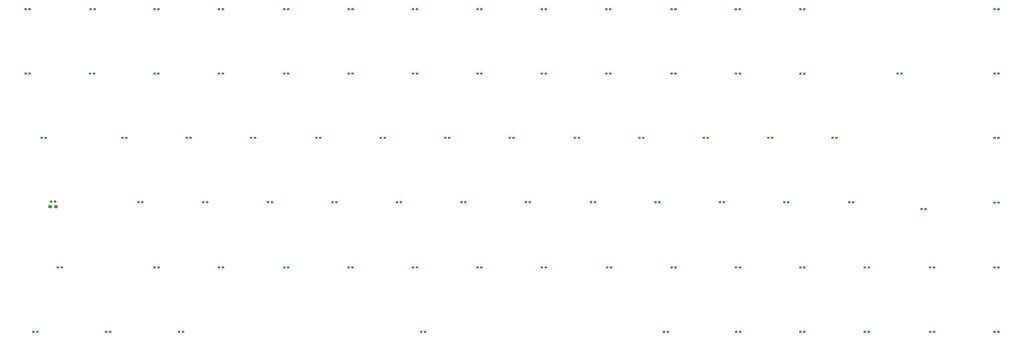
<source format=gbr>
%TF.GenerationSoftware,KiCad,Pcbnew,(5.1.9)-1*%
%TF.CreationDate,2021-03-14T17:48:20+01:00*%
%TF.ProjectId,mkb_01,6d6b625f-3031-42e6-9b69-6361645f7063,rev?*%
%TF.SameCoordinates,Original*%
%TF.FileFunction,Paste,Top*%
%TF.FilePolarity,Positive*%
%FSLAX46Y46*%
G04 Gerber Fmt 4.6, Leading zero omitted, Abs format (unit mm)*
G04 Created by KiCad (PCBNEW (5.1.9)-1) date 2021-03-14 17:48:20*
%MOMM*%
%LPD*%
G01*
G04 APERTURE LIST*
G04 APERTURE END LIST*
%TO.C,D80*%
G36*
G01*
X137205000Y-119840000D02*
X137205000Y-120160000D01*
G75*
G02*
X137045000Y-120320000I-160000J0D01*
G01*
X136600000Y-120320000D01*
G75*
G02*
X136440000Y-120160000I0J160000D01*
G01*
X136440000Y-119840000D01*
G75*
G02*
X136600000Y-119680000I160000J0D01*
G01*
X137045000Y-119680000D01*
G75*
G02*
X137205000Y-119840000I0J-160000D01*
G01*
G37*
G36*
G01*
X136060000Y-119840000D02*
X136060000Y-120160000D01*
G75*
G02*
X135900000Y-120320000I-160000J0D01*
G01*
X135455000Y-120320000D01*
G75*
G02*
X135295000Y-120160000I0J160000D01*
G01*
X135295000Y-119840000D01*
G75*
G02*
X135455000Y-119680000I160000J0D01*
G01*
X135900000Y-119680000D01*
G75*
G02*
X136060000Y-119840000I0J-160000D01*
G01*
G37*
%TD*%
%TO.C,D81*%
G36*
G01*
X213205000Y-119840000D02*
X213205000Y-120160000D01*
G75*
G02*
X213045000Y-120320000I-160000J0D01*
G01*
X212600000Y-120320000D01*
G75*
G02*
X212440000Y-120160000I0J160000D01*
G01*
X212440000Y-119840000D01*
G75*
G02*
X212600000Y-119680000I160000J0D01*
G01*
X213045000Y-119680000D01*
G75*
G02*
X213205000Y-119840000I0J-160000D01*
G01*
G37*
G36*
G01*
X212060000Y-119840000D02*
X212060000Y-120160000D01*
G75*
G02*
X211900000Y-120320000I-160000J0D01*
G01*
X211455000Y-120320000D01*
G75*
G02*
X211295000Y-120160000I0J160000D01*
G01*
X211295000Y-119840000D01*
G75*
G02*
X211455000Y-119680000I160000J0D01*
G01*
X211900000Y-119680000D01*
G75*
G02*
X212060000Y-119840000I0J-160000D01*
G01*
G37*
%TD*%
%TO.C,D82*%
G36*
G01*
X94205000Y-100840000D02*
X94205000Y-101160000D01*
G75*
G02*
X94045000Y-101320000I-160000J0D01*
G01*
X93600000Y-101320000D01*
G75*
G02*
X93440000Y-101160000I0J160000D01*
G01*
X93440000Y-100840000D01*
G75*
G02*
X93600000Y-100680000I160000J0D01*
G01*
X94045000Y-100680000D01*
G75*
G02*
X94205000Y-100840000I0J-160000D01*
G01*
G37*
G36*
G01*
X93060000Y-100840000D02*
X93060000Y-101160000D01*
G75*
G02*
X92900000Y-101320000I-160000J0D01*
G01*
X92455000Y-101320000D01*
G75*
G02*
X92295000Y-101160000I0J160000D01*
G01*
X92295000Y-100840000D01*
G75*
G02*
X92455000Y-100680000I160000J0D01*
G01*
X92900000Y-100680000D01*
G75*
G02*
X93060000Y-100840000I0J-160000D01*
G01*
G37*
%TD*%
%TO.C,D83*%
G36*
G01*
X69310000Y-100840000D02*
X69310000Y-101160000D01*
G75*
G02*
X69150000Y-101320000I-160000J0D01*
G01*
X68705000Y-101320000D01*
G75*
G02*
X68545000Y-101160000I0J160000D01*
G01*
X68545000Y-100840000D01*
G75*
G02*
X68705000Y-100680000I160000J0D01*
G01*
X69150000Y-100680000D01*
G75*
G02*
X69310000Y-100840000I0J-160000D01*
G01*
G37*
G36*
G01*
X70455000Y-100840000D02*
X70455000Y-101160000D01*
G75*
G02*
X70295000Y-101320000I-160000J0D01*
G01*
X69850000Y-101320000D01*
G75*
G02*
X69690000Y-101160000I0J160000D01*
G01*
X69690000Y-100840000D01*
G75*
G02*
X69850000Y-100680000I160000J0D01*
G01*
X70295000Y-100680000D01*
G75*
G02*
X70455000Y-100840000I0J-160000D01*
G01*
G37*
%TD*%
%TO.C,D84*%
G36*
G01*
X256205000Y-81840000D02*
X256205000Y-82160000D01*
G75*
G02*
X256045000Y-82320000I-160000J0D01*
G01*
X255600000Y-82320000D01*
G75*
G02*
X255440000Y-82160000I0J160000D01*
G01*
X255440000Y-81840000D01*
G75*
G02*
X255600000Y-81680000I160000J0D01*
G01*
X256045000Y-81680000D01*
G75*
G02*
X256205000Y-81840000I0J-160000D01*
G01*
G37*
G36*
G01*
X255060000Y-81840000D02*
X255060000Y-82160000D01*
G75*
G02*
X254900000Y-82320000I-160000J0D01*
G01*
X254455000Y-82320000D01*
G75*
G02*
X254295000Y-82160000I0J160000D01*
G01*
X254295000Y-81840000D01*
G75*
G02*
X254455000Y-81680000I160000J0D01*
G01*
X254900000Y-81680000D01*
G75*
G02*
X255060000Y-81840000I0J-160000D01*
G01*
G37*
%TD*%
%TO.C,D85*%
G36*
G01*
X216810000Y-62840000D02*
X216810000Y-63160000D01*
G75*
G02*
X216650000Y-63320000I-160000J0D01*
G01*
X216205000Y-63320000D01*
G75*
G02*
X216045000Y-63160000I0J160000D01*
G01*
X216045000Y-62840000D01*
G75*
G02*
X216205000Y-62680000I160000J0D01*
G01*
X216650000Y-62680000D01*
G75*
G02*
X216810000Y-62840000I0J-160000D01*
G01*
G37*
G36*
G01*
X217955000Y-62840000D02*
X217955000Y-63160000D01*
G75*
G02*
X217795000Y-63320000I-160000J0D01*
G01*
X217350000Y-63320000D01*
G75*
G02*
X217190000Y-63160000I0J160000D01*
G01*
X217190000Y-62840000D01*
G75*
G02*
X217350000Y-62680000I160000J0D01*
G01*
X217795000Y-62680000D01*
G75*
G02*
X217955000Y-62840000I0J-160000D01*
G01*
G37*
%TD*%
%TO.C,D86*%
G36*
G01*
X349545000Y-82160000D02*
X349545000Y-81840000D01*
G75*
G02*
X349705000Y-81680000I160000J0D01*
G01*
X350150000Y-81680000D01*
G75*
G02*
X350310000Y-81840000I0J-160000D01*
G01*
X350310000Y-82160000D01*
G75*
G02*
X350150000Y-82320000I-160000J0D01*
G01*
X349705000Y-82320000D01*
G75*
G02*
X349545000Y-82160000I0J160000D01*
G01*
G37*
G36*
G01*
X350690000Y-82160000D02*
X350690000Y-81840000D01*
G75*
G02*
X350850000Y-81680000I160000J0D01*
G01*
X351295000Y-81680000D01*
G75*
G02*
X351455000Y-81840000I0J-160000D01*
G01*
X351455000Y-82160000D01*
G75*
G02*
X351295000Y-82320000I-160000J0D01*
G01*
X350850000Y-82320000D01*
G75*
G02*
X350690000Y-82160000I0J160000D01*
G01*
G37*
%TD*%
%TO.C,D87*%
G36*
G01*
X293060000Y-158090000D02*
X293060000Y-158410000D01*
G75*
G02*
X292900000Y-158570000I-160000J0D01*
G01*
X292455000Y-158570000D01*
G75*
G02*
X292295000Y-158410000I0J160000D01*
G01*
X292295000Y-158090000D01*
G75*
G02*
X292455000Y-157930000I160000J0D01*
G01*
X292900000Y-157930000D01*
G75*
G02*
X293060000Y-158090000I0J-160000D01*
G01*
G37*
G36*
G01*
X294205000Y-158090000D02*
X294205000Y-158410000D01*
G75*
G02*
X294045000Y-158570000I-160000J0D01*
G01*
X293600000Y-158570000D01*
G75*
G02*
X293440000Y-158410000I0J160000D01*
G01*
X293440000Y-158090000D01*
G75*
G02*
X293600000Y-157930000I160000J0D01*
G01*
X294045000Y-157930000D01*
G75*
G02*
X294205000Y-158090000I0J-160000D01*
G01*
G37*
%TD*%
%TO.C,D88*%
G36*
G01*
X178810000Y-81840000D02*
X178810000Y-82160000D01*
G75*
G02*
X178650000Y-82320000I-160000J0D01*
G01*
X178205000Y-82320000D01*
G75*
G02*
X178045000Y-82160000I0J160000D01*
G01*
X178045000Y-81840000D01*
G75*
G02*
X178205000Y-81680000I160000J0D01*
G01*
X178650000Y-81680000D01*
G75*
G02*
X178810000Y-81840000I0J-160000D01*
G01*
G37*
G36*
G01*
X179955000Y-81840000D02*
X179955000Y-82160000D01*
G75*
G02*
X179795000Y-82320000I-160000J0D01*
G01*
X179350000Y-82320000D01*
G75*
G02*
X179190000Y-82160000I0J160000D01*
G01*
X179190000Y-81840000D01*
G75*
G02*
X179350000Y-81680000I160000J0D01*
G01*
X179795000Y-81680000D01*
G75*
G02*
X179955000Y-81840000I0J-160000D01*
G01*
G37*
%TD*%
%TO.C,D89*%
G36*
G01*
X194205000Y-119840000D02*
X194205000Y-120160000D01*
G75*
G02*
X194045000Y-120320000I-160000J0D01*
G01*
X193600000Y-120320000D01*
G75*
G02*
X193440000Y-120160000I0J160000D01*
G01*
X193440000Y-119840000D01*
G75*
G02*
X193600000Y-119680000I160000J0D01*
G01*
X194045000Y-119680000D01*
G75*
G02*
X194205000Y-119840000I0J-160000D01*
G01*
G37*
G36*
G01*
X193060000Y-119840000D02*
X193060000Y-120160000D01*
G75*
G02*
X192900000Y-120320000I-160000J0D01*
G01*
X192455000Y-120320000D01*
G75*
G02*
X192295000Y-120160000I0J160000D01*
G01*
X192295000Y-119840000D01*
G75*
G02*
X192455000Y-119680000I160000J0D01*
G01*
X192900000Y-119680000D01*
G75*
G02*
X193060000Y-119840000I0J-160000D01*
G01*
G37*
%TD*%
%TO.C,D90*%
G36*
G01*
X103755000Y-139090000D02*
X103755000Y-139410000D01*
G75*
G02*
X103595000Y-139570000I-160000J0D01*
G01*
X103150000Y-139570000D01*
G75*
G02*
X102990000Y-139410000I0J160000D01*
G01*
X102990000Y-139090000D01*
G75*
G02*
X103150000Y-138930000I160000J0D01*
G01*
X103595000Y-138930000D01*
G75*
G02*
X103755000Y-139090000I0J-160000D01*
G01*
G37*
G36*
G01*
X102610000Y-139090000D02*
X102610000Y-139410000D01*
G75*
G02*
X102450000Y-139570000I-160000J0D01*
G01*
X102005000Y-139570000D01*
G75*
G02*
X101845000Y-139410000I0J160000D01*
G01*
X101845000Y-139090000D01*
G75*
G02*
X102005000Y-138930000I160000J0D01*
G01*
X102450000Y-138930000D01*
G75*
G02*
X102610000Y-139090000I0J-160000D01*
G01*
G37*
%TD*%
%TO.C,D91*%
G36*
G01*
X251455000Y-119840000D02*
X251455000Y-120160000D01*
G75*
G02*
X251295000Y-120320000I-160000J0D01*
G01*
X250850000Y-120320000D01*
G75*
G02*
X250690000Y-120160000I0J160000D01*
G01*
X250690000Y-119840000D01*
G75*
G02*
X250850000Y-119680000I160000J0D01*
G01*
X251295000Y-119680000D01*
G75*
G02*
X251455000Y-119840000I0J-160000D01*
G01*
G37*
G36*
G01*
X250310000Y-119840000D02*
X250310000Y-120160000D01*
G75*
G02*
X250150000Y-120320000I-160000J0D01*
G01*
X249705000Y-120320000D01*
G75*
G02*
X249545000Y-120160000I0J160000D01*
G01*
X249545000Y-119840000D01*
G75*
G02*
X249705000Y-119680000I160000J0D01*
G01*
X250150000Y-119680000D01*
G75*
G02*
X250310000Y-119840000I0J-160000D01*
G01*
G37*
%TD*%
%TO.C,D92*%
G36*
G01*
X293060000Y-81915001D02*
X293060000Y-82235001D01*
G75*
G02*
X292900000Y-82395001I-160000J0D01*
G01*
X292455000Y-82395001D01*
G75*
G02*
X292295000Y-82235001I0J160000D01*
G01*
X292295000Y-81915001D01*
G75*
G02*
X292455000Y-81755001I160000J0D01*
G01*
X292900000Y-81755001D01*
G75*
G02*
X293060000Y-81915001I0J-160000D01*
G01*
G37*
G36*
G01*
X294205000Y-81915001D02*
X294205000Y-82235001D01*
G75*
G02*
X294045000Y-82395001I-160000J0D01*
G01*
X293600000Y-82395001D01*
G75*
G02*
X293440000Y-82235001I0J160000D01*
G01*
X293440000Y-81915001D01*
G75*
G02*
X293600000Y-81755001I160000J0D01*
G01*
X294045000Y-81755001D01*
G75*
G02*
X294205000Y-81915001I0J-160000D01*
G01*
G37*
%TD*%
%TO.C,D93*%
G36*
G01*
X121560000Y-81840000D02*
X121560000Y-82160000D01*
G75*
G02*
X121400000Y-82320000I-160000J0D01*
G01*
X120955000Y-82320000D01*
G75*
G02*
X120795000Y-82160000I0J160000D01*
G01*
X120795000Y-81840000D01*
G75*
G02*
X120955000Y-81680000I160000J0D01*
G01*
X121400000Y-81680000D01*
G75*
G02*
X121560000Y-81840000I0J-160000D01*
G01*
G37*
G36*
G01*
X122705000Y-81840000D02*
X122705000Y-82160000D01*
G75*
G02*
X122545000Y-82320000I-160000J0D01*
G01*
X122100000Y-82320000D01*
G75*
G02*
X121940000Y-82160000I0J160000D01*
G01*
X121940000Y-81840000D01*
G75*
G02*
X122100000Y-81680000I160000J0D01*
G01*
X122545000Y-81680000D01*
G75*
G02*
X122705000Y-81840000I0J-160000D01*
G01*
G37*
%TD*%
%TO.C,D94*%
G36*
G01*
X351455000Y-158090000D02*
X351455000Y-158410000D01*
G75*
G02*
X351295000Y-158570000I-160000J0D01*
G01*
X350850000Y-158570000D01*
G75*
G02*
X350690000Y-158410000I0J160000D01*
G01*
X350690000Y-158090000D01*
G75*
G02*
X350850000Y-157930000I160000J0D01*
G01*
X351295000Y-157930000D01*
G75*
G02*
X351455000Y-158090000I0J-160000D01*
G01*
G37*
G36*
G01*
X350310000Y-158090000D02*
X350310000Y-158410000D01*
G75*
G02*
X350150000Y-158570000I-160000J0D01*
G01*
X349705000Y-158570000D01*
G75*
G02*
X349545000Y-158410000I0J160000D01*
G01*
X349545000Y-158090000D01*
G75*
G02*
X349705000Y-157930000I160000J0D01*
G01*
X350150000Y-157930000D01*
G75*
G02*
X350310000Y-158090000I0J-160000D01*
G01*
G37*
%TD*%
%TO.C,D95*%
G36*
G01*
X329190000Y-122160000D02*
X329190000Y-121840000D01*
G75*
G02*
X329350000Y-121680000I160000J0D01*
G01*
X329795000Y-121680000D01*
G75*
G02*
X329955000Y-121840000I0J-160000D01*
G01*
X329955000Y-122160000D01*
G75*
G02*
X329795000Y-122320000I-160000J0D01*
G01*
X329350000Y-122320000D01*
G75*
G02*
X329190000Y-122160000I0J160000D01*
G01*
G37*
G36*
G01*
X328045000Y-122160000D02*
X328045000Y-121840000D01*
G75*
G02*
X328205000Y-121680000I160000J0D01*
G01*
X328650000Y-121680000D01*
G75*
G02*
X328810000Y-121840000I0J-160000D01*
G01*
X328810000Y-122160000D01*
G75*
G02*
X328650000Y-122320000I-160000J0D01*
G01*
X328205000Y-122320000D01*
G75*
G02*
X328045000Y-122160000I0J160000D01*
G01*
G37*
%TD*%
%TO.C,D96*%
G36*
G01*
X293060000Y-62840000D02*
X293060000Y-63160000D01*
G75*
G02*
X292900000Y-63320000I-160000J0D01*
G01*
X292455000Y-63320000D01*
G75*
G02*
X292295000Y-63160000I0J160000D01*
G01*
X292295000Y-62840000D01*
G75*
G02*
X292455000Y-62680000I160000J0D01*
G01*
X292900000Y-62680000D01*
G75*
G02*
X293060000Y-62840000I0J-160000D01*
G01*
G37*
G36*
G01*
X294205000Y-62840000D02*
X294205000Y-63160000D01*
G75*
G02*
X294045000Y-63320000I-160000J0D01*
G01*
X293600000Y-63320000D01*
G75*
G02*
X293440000Y-63160000I0J160000D01*
G01*
X293440000Y-62840000D01*
G75*
G02*
X293600000Y-62680000I160000J0D01*
G01*
X294045000Y-62680000D01*
G75*
G02*
X294205000Y-62840000I0J-160000D01*
G01*
G37*
%TD*%
%TO.C,D97*%
G36*
G01*
X197810000Y-62840000D02*
X197810000Y-63160000D01*
G75*
G02*
X197650000Y-63320000I-160000J0D01*
G01*
X197205000Y-63320000D01*
G75*
G02*
X197045000Y-63160000I0J160000D01*
G01*
X197045000Y-62840000D01*
G75*
G02*
X197205000Y-62680000I160000J0D01*
G01*
X197650000Y-62680000D01*
G75*
G02*
X197810000Y-62840000I0J-160000D01*
G01*
G37*
G36*
G01*
X198955000Y-62840000D02*
X198955000Y-63160000D01*
G75*
G02*
X198795000Y-63320000I-160000J0D01*
G01*
X198350000Y-63320000D01*
G75*
G02*
X198190000Y-63160000I0J160000D01*
G01*
X198190000Y-62840000D01*
G75*
G02*
X198350000Y-62680000I160000J0D01*
G01*
X198795000Y-62680000D01*
G75*
G02*
X198955000Y-62840000I0J-160000D01*
G01*
G37*
%TD*%
%TO.C,D98*%
G36*
G01*
X332455000Y-158090000D02*
X332455000Y-158410000D01*
G75*
G02*
X332295000Y-158570000I-160000J0D01*
G01*
X331850000Y-158570000D01*
G75*
G02*
X331690000Y-158410000I0J160000D01*
G01*
X331690000Y-158090000D01*
G75*
G02*
X331850000Y-157930000I160000J0D01*
G01*
X332295000Y-157930000D01*
G75*
G02*
X332455000Y-158090000I0J-160000D01*
G01*
G37*
G36*
G01*
X331310000Y-158090000D02*
X331310000Y-158410000D01*
G75*
G02*
X331150000Y-158570000I-160000J0D01*
G01*
X330705000Y-158570000D01*
G75*
G02*
X330545000Y-158410000I0J160000D01*
G01*
X330545000Y-158090000D01*
G75*
G02*
X330705000Y-157930000I160000J0D01*
G01*
X331150000Y-157930000D01*
G75*
G02*
X331310000Y-158090000I0J-160000D01*
G01*
G37*
%TD*%
%TO.C,D99*%
G36*
G01*
X307435001Y-119840000D02*
X307435001Y-120160000D01*
G75*
G02*
X307275001Y-120320000I-160000J0D01*
G01*
X306830001Y-120320000D01*
G75*
G02*
X306670001Y-120160000I0J160000D01*
G01*
X306670001Y-119840000D01*
G75*
G02*
X306830001Y-119680000I160000J0D01*
G01*
X307275001Y-119680000D01*
G75*
G02*
X307435001Y-119840000I0J-160000D01*
G01*
G37*
G36*
G01*
X308580001Y-119840000D02*
X308580001Y-120160000D01*
G75*
G02*
X308420001Y-120320000I-160000J0D01*
G01*
X307975001Y-120320000D01*
G75*
G02*
X307815001Y-120160000I0J160000D01*
G01*
X307815001Y-119840000D01*
G75*
G02*
X307975001Y-119680000I160000J0D01*
G01*
X308420001Y-119680000D01*
G75*
G02*
X308580001Y-119840000I0J-160000D01*
G01*
G37*
%TD*%
%TO.C,D100*%
G36*
G01*
X231310000Y-119840000D02*
X231310000Y-120160000D01*
G75*
G02*
X231150000Y-120320000I-160000J0D01*
G01*
X230705000Y-120320000D01*
G75*
G02*
X230545000Y-120160000I0J160000D01*
G01*
X230545000Y-119840000D01*
G75*
G02*
X230705000Y-119680000I160000J0D01*
G01*
X231150000Y-119680000D01*
G75*
G02*
X231310000Y-119840000I0J-160000D01*
G01*
G37*
G36*
G01*
X232455000Y-119840000D02*
X232455000Y-120160000D01*
G75*
G02*
X232295000Y-120320000I-160000J0D01*
G01*
X231850000Y-120320000D01*
G75*
G02*
X231690000Y-120160000I0J160000D01*
G01*
X231690000Y-119840000D01*
G75*
G02*
X231850000Y-119680000I160000J0D01*
G01*
X232295000Y-119680000D01*
G75*
G02*
X232455000Y-119840000I0J-160000D01*
G01*
G37*
%TD*%
%TO.C,D101*%
G36*
G01*
X159810000Y-62840000D02*
X159810000Y-63160000D01*
G75*
G02*
X159650000Y-63320000I-160000J0D01*
G01*
X159205000Y-63320000D01*
G75*
G02*
X159045000Y-63160000I0J160000D01*
G01*
X159045000Y-62840000D01*
G75*
G02*
X159205000Y-62680000I160000J0D01*
G01*
X159650000Y-62680000D01*
G75*
G02*
X159810000Y-62840000I0J-160000D01*
G01*
G37*
G36*
G01*
X160955000Y-62840000D02*
X160955000Y-63160000D01*
G75*
G02*
X160795000Y-63320000I-160000J0D01*
G01*
X160350000Y-63320000D01*
G75*
G02*
X160190000Y-63160000I0J160000D01*
G01*
X160190000Y-62840000D01*
G75*
G02*
X160350000Y-62680000I160000J0D01*
G01*
X160795000Y-62680000D01*
G75*
G02*
X160955000Y-62840000I0J-160000D01*
G01*
G37*
%TD*%
%TO.C,D102*%
G36*
G01*
X253955000Y-158090000D02*
X253955000Y-158410000D01*
G75*
G02*
X253795000Y-158570000I-160000J0D01*
G01*
X253350000Y-158570000D01*
G75*
G02*
X253190000Y-158410000I0J160000D01*
G01*
X253190000Y-158090000D01*
G75*
G02*
X253350000Y-157930000I160000J0D01*
G01*
X253795000Y-157930000D01*
G75*
G02*
X253955000Y-158090000I0J-160000D01*
G01*
G37*
G36*
G01*
X252810000Y-158090000D02*
X252810000Y-158410000D01*
G75*
G02*
X252650000Y-158570000I-160000J0D01*
G01*
X252205000Y-158570000D01*
G75*
G02*
X252045000Y-158410000I0J160000D01*
G01*
X252045000Y-158090000D01*
G75*
G02*
X252205000Y-157930000I160000J0D01*
G01*
X252650000Y-157930000D01*
G75*
G02*
X252810000Y-158090000I0J-160000D01*
G01*
G37*
%TD*%
%TO.C,D103*%
G36*
G01*
X351455000Y-139090000D02*
X351455000Y-139410000D01*
G75*
G02*
X351295000Y-139570000I-160000J0D01*
G01*
X350850000Y-139570000D01*
G75*
G02*
X350690000Y-139410000I0J160000D01*
G01*
X350690000Y-139090000D01*
G75*
G02*
X350850000Y-138930000I160000J0D01*
G01*
X351295000Y-138930000D01*
G75*
G02*
X351455000Y-139090000I0J-160000D01*
G01*
G37*
G36*
G01*
X350310000Y-139090000D02*
X350310000Y-139410000D01*
G75*
G02*
X350150000Y-139570000I-160000J0D01*
G01*
X349705000Y-139570000D01*
G75*
G02*
X349545000Y-139410000I0J160000D01*
G01*
X349545000Y-139090000D01*
G75*
G02*
X349705000Y-138930000I160000J0D01*
G01*
X350150000Y-138930000D01*
G75*
G02*
X350310000Y-139090000I0J-160000D01*
G01*
G37*
%TD*%
%TO.C,D104*%
G36*
G01*
X256205000Y-62840000D02*
X256205000Y-63160000D01*
G75*
G02*
X256045000Y-63320000I-160000J0D01*
G01*
X255600000Y-63320000D01*
G75*
G02*
X255440000Y-63160000I0J160000D01*
G01*
X255440000Y-62840000D01*
G75*
G02*
X255600000Y-62680000I160000J0D01*
G01*
X256045000Y-62680000D01*
G75*
G02*
X256205000Y-62840000I0J-160000D01*
G01*
G37*
G36*
G01*
X255060000Y-62840000D02*
X255060000Y-63160000D01*
G75*
G02*
X254900000Y-63320000I-160000J0D01*
G01*
X254455000Y-63320000D01*
G75*
G02*
X254295000Y-63160000I0J160000D01*
G01*
X254295000Y-62840000D01*
G75*
G02*
X254455000Y-62680000I160000J0D01*
G01*
X254900000Y-62680000D01*
G75*
G02*
X255060000Y-62840000I0J-160000D01*
G01*
G37*
%TD*%
%TO.C,D105*%
G36*
G01*
X160955000Y-81840000D02*
X160955000Y-82160000D01*
G75*
G02*
X160795000Y-82320000I-160000J0D01*
G01*
X160350000Y-82320000D01*
G75*
G02*
X160190000Y-82160000I0J160000D01*
G01*
X160190000Y-81840000D01*
G75*
G02*
X160350000Y-81680000I160000J0D01*
G01*
X160795000Y-81680000D01*
G75*
G02*
X160955000Y-81840000I0J-160000D01*
G01*
G37*
G36*
G01*
X159810000Y-81840000D02*
X159810000Y-82160000D01*
G75*
G02*
X159650000Y-82320000I-160000J0D01*
G01*
X159205000Y-82320000D01*
G75*
G02*
X159045000Y-82160000I0J160000D01*
G01*
X159045000Y-81840000D01*
G75*
G02*
X159205000Y-81680000I160000J0D01*
G01*
X159650000Y-81680000D01*
G75*
G02*
X159810000Y-81840000I0J-160000D01*
G01*
G37*
%TD*%
%TO.C,D106*%
G36*
G01*
X181210000Y-158090000D02*
X181210000Y-158410000D01*
G75*
G02*
X181050000Y-158570000I-160000J0D01*
G01*
X180605000Y-158570000D01*
G75*
G02*
X180445000Y-158410000I0J160000D01*
G01*
X180445000Y-158090000D01*
G75*
G02*
X180605000Y-157930000I160000J0D01*
G01*
X181050000Y-157930000D01*
G75*
G02*
X181210000Y-158090000I0J-160000D01*
G01*
G37*
G36*
G01*
X182355000Y-158090000D02*
X182355000Y-158410000D01*
G75*
G02*
X182195000Y-158570000I-160000J0D01*
G01*
X181750000Y-158570000D01*
G75*
G02*
X181590000Y-158410000I0J160000D01*
G01*
X181590000Y-158090000D01*
G75*
G02*
X181750000Y-157930000I160000J0D01*
G01*
X182195000Y-157930000D01*
G75*
G02*
X182355000Y-158090000I0J-160000D01*
G01*
G37*
%TD*%
%TO.C,D107*%
G36*
G01*
X73650000Y-121062500D02*
X73650000Y-121537500D01*
G75*
G02*
X73412500Y-121775000I-237500J0D01*
G01*
X72837500Y-121775000D01*
G75*
G02*
X72600000Y-121537500I0J237500D01*
G01*
X72600000Y-121062500D01*
G75*
G02*
X72837500Y-120825000I237500J0D01*
G01*
X73412500Y-120825000D01*
G75*
G02*
X73650000Y-121062500I0J-237500D01*
G01*
G37*
G36*
G01*
X71900000Y-121062500D02*
X71900000Y-121537500D01*
G75*
G02*
X71662500Y-121775000I-237500J0D01*
G01*
X71087500Y-121775000D01*
G75*
G02*
X70850000Y-121537500I0J237500D01*
G01*
X70850000Y-121062500D01*
G75*
G02*
X71087500Y-120825000I237500J0D01*
G01*
X71662500Y-120825000D01*
G75*
G02*
X71900000Y-121062500I0J-237500D01*
G01*
G37*
%TD*%
%TO.C,D108*%
G36*
G01*
X275205000Y-139090000D02*
X275205000Y-139410000D01*
G75*
G02*
X275045000Y-139570000I-160000J0D01*
G01*
X274600000Y-139570000D01*
G75*
G02*
X274440000Y-139410000I0J160000D01*
G01*
X274440000Y-139090000D01*
G75*
G02*
X274600000Y-138930000I160000J0D01*
G01*
X275045000Y-138930000D01*
G75*
G02*
X275205000Y-139090000I0J-160000D01*
G01*
G37*
G36*
G01*
X274060000Y-139090000D02*
X274060000Y-139410000D01*
G75*
G02*
X273900000Y-139570000I-160000J0D01*
G01*
X273455000Y-139570000D01*
G75*
G02*
X273295000Y-139410000I0J160000D01*
G01*
X273295000Y-139090000D01*
G75*
G02*
X273455000Y-138930000I160000J0D01*
G01*
X273900000Y-138930000D01*
G75*
G02*
X274060000Y-139090000I0J-160000D01*
G01*
G37*
%TD*%
%TO.C,D109*%
G36*
G01*
X350310000Y-119940000D02*
X350310000Y-120260000D01*
G75*
G02*
X350150000Y-120420000I-160000J0D01*
G01*
X349705000Y-120420000D01*
G75*
G02*
X349545000Y-120260000I0J160000D01*
G01*
X349545000Y-119940000D01*
G75*
G02*
X349705000Y-119780000I160000J0D01*
G01*
X350150000Y-119780000D01*
G75*
G02*
X350310000Y-119940000I0J-160000D01*
G01*
G37*
G36*
G01*
X351455000Y-119940000D02*
X351455000Y-120260000D01*
G75*
G02*
X351295000Y-120420000I-160000J0D01*
G01*
X350850000Y-120420000D01*
G75*
G02*
X350690000Y-120260000I0J160000D01*
G01*
X350690000Y-119940000D01*
G75*
G02*
X350850000Y-119780000I160000J0D01*
G01*
X351295000Y-119780000D01*
G75*
G02*
X351455000Y-119940000I0J-160000D01*
G01*
G37*
%TD*%
%TO.C,D110*%
G36*
G01*
X66810000Y-158090000D02*
X66810000Y-158410000D01*
G75*
G02*
X66650000Y-158570000I-160000J0D01*
G01*
X66205000Y-158570000D01*
G75*
G02*
X66045000Y-158410000I0J160000D01*
G01*
X66045000Y-158090000D01*
G75*
G02*
X66205000Y-157930000I160000J0D01*
G01*
X66650000Y-157930000D01*
G75*
G02*
X66810000Y-158090000I0J-160000D01*
G01*
G37*
G36*
G01*
X67955000Y-158090000D02*
X67955000Y-158410000D01*
G75*
G02*
X67795000Y-158570000I-160000J0D01*
G01*
X67350000Y-158570000D01*
G75*
G02*
X67190000Y-158410000I0J160000D01*
G01*
X67190000Y-158090000D01*
G75*
G02*
X67350000Y-157930000I160000J0D01*
G01*
X67795000Y-157930000D01*
G75*
G02*
X67955000Y-158090000I0J-160000D01*
G01*
G37*
%TD*%
%TO.C,D111*%
G36*
G01*
X275155000Y-62840000D02*
X275155000Y-63160000D01*
G75*
G02*
X274995000Y-63320000I-160000J0D01*
G01*
X274550000Y-63320000D01*
G75*
G02*
X274390000Y-63160000I0J160000D01*
G01*
X274390000Y-62840000D01*
G75*
G02*
X274550000Y-62680000I160000J0D01*
G01*
X274995000Y-62680000D01*
G75*
G02*
X275155000Y-62840000I0J-160000D01*
G01*
G37*
G36*
G01*
X274010000Y-62840000D02*
X274010000Y-63160000D01*
G75*
G02*
X273850000Y-63320000I-160000J0D01*
G01*
X273405000Y-63320000D01*
G75*
G02*
X273245000Y-63160000I0J160000D01*
G01*
X273245000Y-62840000D01*
G75*
G02*
X273405000Y-62680000I160000J0D01*
G01*
X273850000Y-62680000D01*
G75*
G02*
X274010000Y-62840000I0J-160000D01*
G01*
G37*
%TD*%
%TO.C,D112*%
G36*
G01*
X237205000Y-139090000D02*
X237205000Y-139410000D01*
G75*
G02*
X237045000Y-139570000I-160000J0D01*
G01*
X236600000Y-139570000D01*
G75*
G02*
X236440000Y-139410000I0J160000D01*
G01*
X236440000Y-139090000D01*
G75*
G02*
X236600000Y-138930000I160000J0D01*
G01*
X237045000Y-138930000D01*
G75*
G02*
X237205000Y-139090000I0J-160000D01*
G01*
G37*
G36*
G01*
X236060000Y-139090000D02*
X236060000Y-139410000D01*
G75*
G02*
X235900000Y-139570000I-160000J0D01*
G01*
X235455000Y-139570000D01*
G75*
G02*
X235295000Y-139410000I0J160000D01*
G01*
X235295000Y-139090000D01*
G75*
G02*
X235455000Y-138930000I160000J0D01*
G01*
X235900000Y-138930000D01*
G75*
G02*
X236060000Y-139090000I0J-160000D01*
G01*
G37*
%TD*%
%TO.C,D113*%
G36*
G01*
X313205000Y-158090000D02*
X313205000Y-158410000D01*
G75*
G02*
X313045000Y-158570000I-160000J0D01*
G01*
X312600000Y-158570000D01*
G75*
G02*
X312440000Y-158410000I0J160000D01*
G01*
X312440000Y-158090000D01*
G75*
G02*
X312600000Y-157930000I160000J0D01*
G01*
X313045000Y-157930000D01*
G75*
G02*
X313205000Y-158090000I0J-160000D01*
G01*
G37*
G36*
G01*
X312060000Y-158090000D02*
X312060000Y-158410000D01*
G75*
G02*
X311900000Y-158570000I-160000J0D01*
G01*
X311455000Y-158570000D01*
G75*
G02*
X311295000Y-158410000I0J160000D01*
G01*
X311295000Y-158090000D01*
G75*
G02*
X311455000Y-157930000I160000J0D01*
G01*
X311900000Y-157930000D01*
G75*
G02*
X312060000Y-158090000I0J-160000D01*
G01*
G37*
%TD*%
%TO.C,D114*%
G36*
G01*
X235810000Y-62840000D02*
X235810000Y-63160000D01*
G75*
G02*
X235650000Y-63320000I-160000J0D01*
G01*
X235205000Y-63320000D01*
G75*
G02*
X235045000Y-63160000I0J160000D01*
G01*
X235045000Y-62840000D01*
G75*
G02*
X235205000Y-62680000I160000J0D01*
G01*
X235650000Y-62680000D01*
G75*
G02*
X235810000Y-62840000I0J-160000D01*
G01*
G37*
G36*
G01*
X236955000Y-62840000D02*
X236955000Y-63160000D01*
G75*
G02*
X236795000Y-63320000I-160000J0D01*
G01*
X236350000Y-63320000D01*
G75*
G02*
X236190000Y-63160000I0J160000D01*
G01*
X236190000Y-62840000D01*
G75*
G02*
X236350000Y-62680000I160000J0D01*
G01*
X236795000Y-62680000D01*
G75*
G02*
X236955000Y-62840000I0J-160000D01*
G01*
G37*
%TD*%
%TO.C,D115*%
G36*
G01*
X118055000Y-119840000D02*
X118055000Y-120160000D01*
G75*
G02*
X117895000Y-120320000I-160000J0D01*
G01*
X117450000Y-120320000D01*
G75*
G02*
X117290000Y-120160000I0J160000D01*
G01*
X117290000Y-119840000D01*
G75*
G02*
X117450000Y-119680000I160000J0D01*
G01*
X117895000Y-119680000D01*
G75*
G02*
X118055000Y-119840000I0J-160000D01*
G01*
G37*
G36*
G01*
X116910000Y-119840000D02*
X116910000Y-120160000D01*
G75*
G02*
X116750000Y-120320000I-160000J0D01*
G01*
X116305000Y-120320000D01*
G75*
G02*
X116145000Y-120160000I0J160000D01*
G01*
X116145000Y-119840000D01*
G75*
G02*
X116305000Y-119680000I160000J0D01*
G01*
X116750000Y-119680000D01*
G75*
G02*
X116910000Y-119840000I0J-160000D01*
G01*
G37*
%TD*%
%TO.C,D116*%
G36*
G01*
X349545000Y-63160000D02*
X349545000Y-62840000D01*
G75*
G02*
X349705000Y-62680000I160000J0D01*
G01*
X350150000Y-62680000D01*
G75*
G02*
X350310000Y-62840000I0J-160000D01*
G01*
X350310000Y-63160000D01*
G75*
G02*
X350150000Y-63320000I-160000J0D01*
G01*
X349705000Y-63320000D01*
G75*
G02*
X349545000Y-63160000I0J160000D01*
G01*
G37*
G36*
G01*
X350690000Y-63160000D02*
X350690000Y-62840000D01*
G75*
G02*
X350850000Y-62680000I160000J0D01*
G01*
X351295000Y-62680000D01*
G75*
G02*
X351455000Y-62840000I0J-160000D01*
G01*
X351455000Y-63160000D01*
G75*
G02*
X351295000Y-63320000I-160000J0D01*
G01*
X350850000Y-63320000D01*
G75*
G02*
X350690000Y-63160000I0J160000D01*
G01*
G37*
%TD*%
%TO.C,D117*%
G36*
G01*
X188310000Y-100840000D02*
X188310000Y-101160000D01*
G75*
G02*
X188150000Y-101320000I-160000J0D01*
G01*
X187705000Y-101320000D01*
G75*
G02*
X187545000Y-101160000I0J160000D01*
G01*
X187545000Y-100840000D01*
G75*
G02*
X187705000Y-100680000I160000J0D01*
G01*
X188150000Y-100680000D01*
G75*
G02*
X188310000Y-100840000I0J-160000D01*
G01*
G37*
G36*
G01*
X189455000Y-100840000D02*
X189455000Y-101160000D01*
G75*
G02*
X189295000Y-101320000I-160000J0D01*
G01*
X188850000Y-101320000D01*
G75*
G02*
X188690000Y-101160000I0J160000D01*
G01*
X188690000Y-100840000D01*
G75*
G02*
X188850000Y-100680000I160000J0D01*
G01*
X189295000Y-100680000D01*
G75*
G02*
X189455000Y-100840000I0J-160000D01*
G01*
G37*
%TD*%
%TO.C,D118*%
G36*
G01*
X255060000Y-139090000D02*
X255060000Y-139410000D01*
G75*
G02*
X254900000Y-139570000I-160000J0D01*
G01*
X254455000Y-139570000D01*
G75*
G02*
X254295000Y-139410000I0J160000D01*
G01*
X254295000Y-139090000D01*
G75*
G02*
X254455000Y-138930000I160000J0D01*
G01*
X254900000Y-138930000D01*
G75*
G02*
X255060000Y-139090000I0J-160000D01*
G01*
G37*
G36*
G01*
X256205000Y-139090000D02*
X256205000Y-139410000D01*
G75*
G02*
X256045000Y-139570000I-160000J0D01*
G01*
X255600000Y-139570000D01*
G75*
G02*
X255440000Y-139410000I0J160000D01*
G01*
X255440000Y-139090000D01*
G75*
G02*
X255600000Y-138930000I160000J0D01*
G01*
X256045000Y-138930000D01*
G75*
G02*
X256205000Y-139090000I0J-160000D01*
G01*
G37*
%TD*%
%TO.C,D119*%
G36*
G01*
X103705000Y-62840000D02*
X103705000Y-63160000D01*
G75*
G02*
X103545000Y-63320000I-160000J0D01*
G01*
X103100000Y-63320000D01*
G75*
G02*
X102940000Y-63160000I0J160000D01*
G01*
X102940000Y-62840000D01*
G75*
G02*
X103100000Y-62680000I160000J0D01*
G01*
X103545000Y-62680000D01*
G75*
G02*
X103705000Y-62840000I0J-160000D01*
G01*
G37*
G36*
G01*
X102560000Y-62840000D02*
X102560000Y-63160000D01*
G75*
G02*
X102400000Y-63320000I-160000J0D01*
G01*
X101955000Y-63320000D01*
G75*
G02*
X101795000Y-63160000I0J160000D01*
G01*
X101795000Y-62840000D01*
G75*
G02*
X101955000Y-62680000I160000J0D01*
G01*
X102400000Y-62680000D01*
G75*
G02*
X102560000Y-62840000I0J-160000D01*
G01*
G37*
%TD*%
%TO.C,D120*%
G36*
G01*
X216810000Y-139090000D02*
X216810000Y-139410000D01*
G75*
G02*
X216650000Y-139570000I-160000J0D01*
G01*
X216205000Y-139570000D01*
G75*
G02*
X216045000Y-139410000I0J160000D01*
G01*
X216045000Y-139090000D01*
G75*
G02*
X216205000Y-138930000I160000J0D01*
G01*
X216650000Y-138930000D01*
G75*
G02*
X216810000Y-139090000I0J-160000D01*
G01*
G37*
G36*
G01*
X217955000Y-139090000D02*
X217955000Y-139410000D01*
G75*
G02*
X217795000Y-139570000I-160000J0D01*
G01*
X217350000Y-139570000D01*
G75*
G02*
X217190000Y-139410000I0J160000D01*
G01*
X217190000Y-139090000D01*
G75*
G02*
X217350000Y-138930000I160000J0D01*
G01*
X217795000Y-138930000D01*
G75*
G02*
X217955000Y-139090000I0J-160000D01*
G01*
G37*
%TD*%
%TO.C,D121*%
G36*
G01*
X141955000Y-139090000D02*
X141955000Y-139410000D01*
G75*
G02*
X141795000Y-139570000I-160000J0D01*
G01*
X141350000Y-139570000D01*
G75*
G02*
X141190000Y-139410000I0J160000D01*
G01*
X141190000Y-139090000D01*
G75*
G02*
X141350000Y-138930000I160000J0D01*
G01*
X141795000Y-138930000D01*
G75*
G02*
X141955000Y-139090000I0J-160000D01*
G01*
G37*
G36*
G01*
X140810000Y-139090000D02*
X140810000Y-139410000D01*
G75*
G02*
X140650000Y-139570000I-160000J0D01*
G01*
X140205000Y-139570000D01*
G75*
G02*
X140045000Y-139410000I0J160000D01*
G01*
X140045000Y-139090000D01*
G75*
G02*
X140205000Y-138930000I160000J0D01*
G01*
X140650000Y-138930000D01*
G75*
G02*
X140810000Y-139090000I0J-160000D01*
G01*
G37*
%TD*%
%TO.C,D122*%
G36*
G01*
X179955000Y-62840000D02*
X179955000Y-63160000D01*
G75*
G02*
X179795000Y-63320000I-160000J0D01*
G01*
X179350000Y-63320000D01*
G75*
G02*
X179190000Y-63160000I0J160000D01*
G01*
X179190000Y-62840000D01*
G75*
G02*
X179350000Y-62680000I160000J0D01*
G01*
X179795000Y-62680000D01*
G75*
G02*
X179955000Y-62840000I0J-160000D01*
G01*
G37*
G36*
G01*
X178810000Y-62840000D02*
X178810000Y-63160000D01*
G75*
G02*
X178650000Y-63320000I-160000J0D01*
G01*
X178205000Y-63320000D01*
G75*
G02*
X178045000Y-63160000I0J160000D01*
G01*
X178045000Y-62840000D01*
G75*
G02*
X178205000Y-62680000I160000J0D01*
G01*
X178650000Y-62680000D01*
G75*
G02*
X178810000Y-62840000I0J-160000D01*
G01*
G37*
%TD*%
%TO.C,D123*%
G36*
G01*
X274060000Y-81840000D02*
X274060000Y-82160000D01*
G75*
G02*
X273900000Y-82320000I-160000J0D01*
G01*
X273455000Y-82320000D01*
G75*
G02*
X273295000Y-82160000I0J160000D01*
G01*
X273295000Y-81840000D01*
G75*
G02*
X273455000Y-81680000I160000J0D01*
G01*
X273900000Y-81680000D01*
G75*
G02*
X274060000Y-81840000I0J-160000D01*
G01*
G37*
G36*
G01*
X275205000Y-81840000D02*
X275205000Y-82160000D01*
G75*
G02*
X275045000Y-82320000I-160000J0D01*
G01*
X274600000Y-82320000D01*
G75*
G02*
X274440000Y-82160000I0J160000D01*
G01*
X274440000Y-81840000D01*
G75*
G02*
X274600000Y-81680000I160000J0D01*
G01*
X275045000Y-81680000D01*
G75*
G02*
X275205000Y-81840000I0J-160000D01*
G01*
G37*
%TD*%
%TO.C,D124*%
G36*
G01*
X151455000Y-100840000D02*
X151455000Y-101160000D01*
G75*
G02*
X151295000Y-101320000I-160000J0D01*
G01*
X150850000Y-101320000D01*
G75*
G02*
X150690000Y-101160000I0J160000D01*
G01*
X150690000Y-100840000D01*
G75*
G02*
X150850000Y-100680000I160000J0D01*
G01*
X151295000Y-100680000D01*
G75*
G02*
X151455000Y-100840000I0J-160000D01*
G01*
G37*
G36*
G01*
X150310000Y-100840000D02*
X150310000Y-101160000D01*
G75*
G02*
X150150000Y-101320000I-160000J0D01*
G01*
X149705000Y-101320000D01*
G75*
G02*
X149545000Y-101160000I0J160000D01*
G01*
X149545000Y-100840000D01*
G75*
G02*
X149705000Y-100680000I160000J0D01*
G01*
X150150000Y-100680000D01*
G75*
G02*
X150310000Y-100840000I0J-160000D01*
G01*
G37*
%TD*%
%TO.C,D125*%
G36*
G01*
X265705000Y-100840000D02*
X265705000Y-101160000D01*
G75*
G02*
X265545000Y-101320000I-160000J0D01*
G01*
X265100000Y-101320000D01*
G75*
G02*
X264940000Y-101160000I0J160000D01*
G01*
X264940000Y-100840000D01*
G75*
G02*
X265100000Y-100680000I160000J0D01*
G01*
X265545000Y-100680000D01*
G75*
G02*
X265705000Y-100840000I0J-160000D01*
G01*
G37*
G36*
G01*
X264560000Y-100840000D02*
X264560000Y-101160000D01*
G75*
G02*
X264400000Y-101320000I-160000J0D01*
G01*
X263955000Y-101320000D01*
G75*
G02*
X263795000Y-101160000I0J160000D01*
G01*
X263795000Y-100840000D01*
G75*
G02*
X263955000Y-100680000I160000J0D01*
G01*
X264400000Y-100680000D01*
G75*
G02*
X264560000Y-100840000I0J-160000D01*
G01*
G37*
%TD*%
%TO.C,D126*%
G36*
G01*
X83710000Y-62840000D02*
X83710000Y-63160000D01*
G75*
G02*
X83550000Y-63320000I-160000J0D01*
G01*
X83105000Y-63320000D01*
G75*
G02*
X82945000Y-63160000I0J160000D01*
G01*
X82945000Y-62840000D01*
G75*
G02*
X83105000Y-62680000I160000J0D01*
G01*
X83550000Y-62680000D01*
G75*
G02*
X83710000Y-62840000I0J-160000D01*
G01*
G37*
G36*
G01*
X84855000Y-62840000D02*
X84855000Y-63160000D01*
G75*
G02*
X84695000Y-63320000I-160000J0D01*
G01*
X84250000Y-63320000D01*
G75*
G02*
X84090000Y-63160000I0J160000D01*
G01*
X84090000Y-62840000D01*
G75*
G02*
X84250000Y-62680000I160000J0D01*
G01*
X84695000Y-62680000D01*
G75*
G02*
X84855000Y-62840000I0J-160000D01*
G01*
G37*
%TD*%
%TO.C,D127*%
G36*
G01*
X289455000Y-119840000D02*
X289455000Y-120160000D01*
G75*
G02*
X289295000Y-120320000I-160000J0D01*
G01*
X288850000Y-120320000D01*
G75*
G02*
X288690000Y-120160000I0J160000D01*
G01*
X288690000Y-119840000D01*
G75*
G02*
X288850000Y-119680000I160000J0D01*
G01*
X289295000Y-119680000D01*
G75*
G02*
X289455000Y-119840000I0J-160000D01*
G01*
G37*
G36*
G01*
X288310000Y-119840000D02*
X288310000Y-120160000D01*
G75*
G02*
X288150000Y-120320000I-160000J0D01*
G01*
X287705000Y-120320000D01*
G75*
G02*
X287545000Y-120160000I0J160000D01*
G01*
X287545000Y-119840000D01*
G75*
G02*
X287705000Y-119680000I160000J0D01*
G01*
X288150000Y-119680000D01*
G75*
G02*
X288310000Y-119840000I0J-160000D01*
G01*
G37*
%TD*%
%TO.C,D128*%
G36*
G01*
X270455000Y-119840000D02*
X270455000Y-120160000D01*
G75*
G02*
X270295000Y-120320000I-160000J0D01*
G01*
X269850000Y-120320000D01*
G75*
G02*
X269690000Y-120160000I0J160000D01*
G01*
X269690000Y-119840000D01*
G75*
G02*
X269850000Y-119680000I160000J0D01*
G01*
X270295000Y-119680000D01*
G75*
G02*
X270455000Y-119840000I0J-160000D01*
G01*
G37*
G36*
G01*
X269310000Y-119840000D02*
X269310000Y-120160000D01*
G75*
G02*
X269150000Y-120320000I-160000J0D01*
G01*
X268705000Y-120320000D01*
G75*
G02*
X268545000Y-120160000I0J160000D01*
G01*
X268545000Y-119840000D01*
G75*
G02*
X268705000Y-119680000I160000J0D01*
G01*
X269150000Y-119680000D01*
G75*
G02*
X269310000Y-119840000I0J-160000D01*
G01*
G37*
%TD*%
%TO.C,D129*%
G36*
G01*
X235810000Y-81840000D02*
X235810000Y-82160000D01*
G75*
G02*
X235650000Y-82320000I-160000J0D01*
G01*
X235205000Y-82320000D01*
G75*
G02*
X235045000Y-82160000I0J160000D01*
G01*
X235045000Y-81840000D01*
G75*
G02*
X235205000Y-81680000I160000J0D01*
G01*
X235650000Y-81680000D01*
G75*
G02*
X235810000Y-81840000I0J-160000D01*
G01*
G37*
G36*
G01*
X236955000Y-81840000D02*
X236955000Y-82160000D01*
G75*
G02*
X236795000Y-82320000I-160000J0D01*
G01*
X236350000Y-82320000D01*
G75*
G02*
X236190000Y-82160000I0J160000D01*
G01*
X236190000Y-81840000D01*
G75*
G02*
X236350000Y-81680000I160000J0D01*
G01*
X236795000Y-81680000D01*
G75*
G02*
X236955000Y-81840000I0J-160000D01*
G01*
G37*
%TD*%
%TO.C,D130*%
G36*
G01*
X322095001Y-82160000D02*
X322095001Y-81840000D01*
G75*
G02*
X322255001Y-81680000I160000J0D01*
G01*
X322700001Y-81680000D01*
G75*
G02*
X322860001Y-81840000I0J-160000D01*
G01*
X322860001Y-82160000D01*
G75*
G02*
X322700001Y-82320000I-160000J0D01*
G01*
X322255001Y-82320000D01*
G75*
G02*
X322095001Y-82160000I0J160000D01*
G01*
G37*
G36*
G01*
X320950001Y-82160000D02*
X320950001Y-81840000D01*
G75*
G02*
X321110001Y-81680000I160000J0D01*
G01*
X321555001Y-81680000D01*
G75*
G02*
X321715001Y-81840000I0J-160000D01*
G01*
X321715001Y-82160000D01*
G75*
G02*
X321555001Y-82320000I-160000J0D01*
G01*
X321110001Y-82320000D01*
G75*
G02*
X320950001Y-82160000I0J160000D01*
G01*
G37*
%TD*%
%TO.C,D131*%
G36*
G01*
X140810000Y-62840000D02*
X140810000Y-63160000D01*
G75*
G02*
X140650000Y-63320000I-160000J0D01*
G01*
X140205000Y-63320000D01*
G75*
G02*
X140045000Y-63160000I0J160000D01*
G01*
X140045000Y-62840000D01*
G75*
G02*
X140205000Y-62680000I160000J0D01*
G01*
X140650000Y-62680000D01*
G75*
G02*
X140810000Y-62840000I0J-160000D01*
G01*
G37*
G36*
G01*
X141955000Y-62840000D02*
X141955000Y-63160000D01*
G75*
G02*
X141795000Y-63320000I-160000J0D01*
G01*
X141350000Y-63320000D01*
G75*
G02*
X141190000Y-63160000I0J160000D01*
G01*
X141190000Y-62840000D01*
G75*
G02*
X141350000Y-62680000I160000J0D01*
G01*
X141795000Y-62680000D01*
G75*
G02*
X141955000Y-62840000I0J-160000D01*
G01*
G37*
%TD*%
%TO.C,D132*%
G36*
G01*
X112060000Y-100840000D02*
X112060000Y-101160000D01*
G75*
G02*
X111900000Y-101320000I-160000J0D01*
G01*
X111455000Y-101320000D01*
G75*
G02*
X111295000Y-101160000I0J160000D01*
G01*
X111295000Y-100840000D01*
G75*
G02*
X111455000Y-100680000I160000J0D01*
G01*
X111900000Y-100680000D01*
G75*
G02*
X112060000Y-100840000I0J-160000D01*
G01*
G37*
G36*
G01*
X113205000Y-100840000D02*
X113205000Y-101160000D01*
G75*
G02*
X113045000Y-101320000I-160000J0D01*
G01*
X112600000Y-101320000D01*
G75*
G02*
X112440000Y-101160000I0J160000D01*
G01*
X112440000Y-100840000D01*
G75*
G02*
X112600000Y-100680000I160000J0D01*
G01*
X113045000Y-100680000D01*
G75*
G02*
X113205000Y-100840000I0J-160000D01*
G01*
G37*
%TD*%
%TO.C,D133*%
G36*
G01*
X84705000Y-81840000D02*
X84705000Y-82160000D01*
G75*
G02*
X84545000Y-82320000I-160000J0D01*
G01*
X84100000Y-82320000D01*
G75*
G02*
X83940000Y-82160000I0J160000D01*
G01*
X83940000Y-81840000D01*
G75*
G02*
X84100000Y-81680000I160000J0D01*
G01*
X84545000Y-81680000D01*
G75*
G02*
X84705000Y-81840000I0J-160000D01*
G01*
G37*
G36*
G01*
X83560000Y-81840000D02*
X83560000Y-82160000D01*
G75*
G02*
X83400000Y-82320000I-160000J0D01*
G01*
X82955000Y-82320000D01*
G75*
G02*
X82795000Y-82160000I0J160000D01*
G01*
X82795000Y-81840000D01*
G75*
G02*
X82955000Y-81680000I160000J0D01*
G01*
X83400000Y-81680000D01*
G75*
G02*
X83560000Y-81840000I0J-160000D01*
G01*
G37*
%TD*%
%TO.C,D134*%
G36*
G01*
X283560000Y-100840000D02*
X283560000Y-101160000D01*
G75*
G02*
X283400000Y-101320000I-160000J0D01*
G01*
X282955000Y-101320000D01*
G75*
G02*
X282795000Y-101160000I0J160000D01*
G01*
X282795000Y-100840000D01*
G75*
G02*
X282955000Y-100680000I160000J0D01*
G01*
X283400000Y-100680000D01*
G75*
G02*
X283560000Y-100840000I0J-160000D01*
G01*
G37*
G36*
G01*
X284705000Y-100840000D02*
X284705000Y-101160000D01*
G75*
G02*
X284545000Y-101320000I-160000J0D01*
G01*
X284100000Y-101320000D01*
G75*
G02*
X283940000Y-101160000I0J160000D01*
G01*
X283940000Y-100840000D01*
G75*
G02*
X284100000Y-100680000I160000J0D01*
G01*
X284545000Y-100680000D01*
G75*
G02*
X284705000Y-100840000I0J-160000D01*
G01*
G37*
%TD*%
%TO.C,D135*%
G36*
G01*
X103705000Y-81840000D02*
X103705000Y-82160000D01*
G75*
G02*
X103545000Y-82320000I-160000J0D01*
G01*
X103100000Y-82320000D01*
G75*
G02*
X102940000Y-82160000I0J160000D01*
G01*
X102940000Y-81840000D01*
G75*
G02*
X103100000Y-81680000I160000J0D01*
G01*
X103545000Y-81680000D01*
G75*
G02*
X103705000Y-81840000I0J-160000D01*
G01*
G37*
G36*
G01*
X102560000Y-81840000D02*
X102560000Y-82160000D01*
G75*
G02*
X102400000Y-82320000I-160000J0D01*
G01*
X101955000Y-82320000D01*
G75*
G02*
X101795000Y-82160000I0J160000D01*
G01*
X101795000Y-81840000D01*
G75*
G02*
X101955000Y-81680000I160000J0D01*
G01*
X102400000Y-81680000D01*
G75*
G02*
X102560000Y-81840000I0J-160000D01*
G01*
G37*
%TD*%
%TO.C,D136*%
G36*
G01*
X110955000Y-158090000D02*
X110955000Y-158410000D01*
G75*
G02*
X110795000Y-158570000I-160000J0D01*
G01*
X110350000Y-158570000D01*
G75*
G02*
X110190000Y-158410000I0J160000D01*
G01*
X110190000Y-158090000D01*
G75*
G02*
X110350000Y-157930000I160000J0D01*
G01*
X110795000Y-157930000D01*
G75*
G02*
X110955000Y-158090000I0J-160000D01*
G01*
G37*
G36*
G01*
X109810000Y-158090000D02*
X109810000Y-158410000D01*
G75*
G02*
X109650000Y-158570000I-160000J0D01*
G01*
X109205000Y-158570000D01*
G75*
G02*
X109045000Y-158410000I0J160000D01*
G01*
X109045000Y-158090000D01*
G75*
G02*
X109205000Y-157930000I160000J0D01*
G01*
X109650000Y-157930000D01*
G75*
G02*
X109810000Y-158090000I0J-160000D01*
G01*
G37*
%TD*%
%TO.C,D137*%
G36*
G01*
X303705000Y-100840000D02*
X303705000Y-101160000D01*
G75*
G02*
X303545000Y-101320000I-160000J0D01*
G01*
X303100000Y-101320000D01*
G75*
G02*
X302940000Y-101160000I0J160000D01*
G01*
X302940000Y-100840000D01*
G75*
G02*
X303100000Y-100680000I160000J0D01*
G01*
X303545000Y-100680000D01*
G75*
G02*
X303705000Y-100840000I0J-160000D01*
G01*
G37*
G36*
G01*
X302560000Y-100840000D02*
X302560000Y-101160000D01*
G75*
G02*
X302400000Y-101320000I-160000J0D01*
G01*
X301955000Y-101320000D01*
G75*
G02*
X301795000Y-101160000I0J160000D01*
G01*
X301795000Y-100840000D01*
G75*
G02*
X301955000Y-100680000I160000J0D01*
G01*
X302400000Y-100680000D01*
G75*
G02*
X302560000Y-100840000I0J-160000D01*
G01*
G37*
%TD*%
%TO.C,D138*%
G36*
G01*
X198955000Y-81840000D02*
X198955000Y-82160000D01*
G75*
G02*
X198795000Y-82320000I-160000J0D01*
G01*
X198350000Y-82320000D01*
G75*
G02*
X198190000Y-82160000I0J160000D01*
G01*
X198190000Y-81840000D01*
G75*
G02*
X198350000Y-81680000I160000J0D01*
G01*
X198795000Y-81680000D01*
G75*
G02*
X198955000Y-81840000I0J-160000D01*
G01*
G37*
G36*
G01*
X197810000Y-81840000D02*
X197810000Y-82160000D01*
G75*
G02*
X197650000Y-82320000I-160000J0D01*
G01*
X197205000Y-82320000D01*
G75*
G02*
X197045000Y-82160000I0J160000D01*
G01*
X197045000Y-81840000D01*
G75*
G02*
X197205000Y-81680000I160000J0D01*
G01*
X197650000Y-81680000D01*
G75*
G02*
X197810000Y-81840000I0J-160000D01*
G01*
G37*
%TD*%
%TO.C,D139*%
G36*
G01*
X227700001Y-100840000D02*
X227700001Y-101160000D01*
G75*
G02*
X227540001Y-101320000I-160000J0D01*
G01*
X227095001Y-101320000D01*
G75*
G02*
X226935001Y-101160000I0J160000D01*
G01*
X226935001Y-100840000D01*
G75*
G02*
X227095001Y-100680000I160000J0D01*
G01*
X227540001Y-100680000D01*
G75*
G02*
X227700001Y-100840000I0J-160000D01*
G01*
G37*
G36*
G01*
X226555001Y-100840000D02*
X226555001Y-101160000D01*
G75*
G02*
X226395001Y-101320000I-160000J0D01*
G01*
X225950001Y-101320000D01*
G75*
G02*
X225790001Y-101160000I0J160000D01*
G01*
X225790001Y-100840000D01*
G75*
G02*
X225950001Y-100680000I160000J0D01*
G01*
X226395001Y-100680000D01*
G75*
G02*
X226555001Y-100840000I0J-160000D01*
G01*
G37*
%TD*%
%TO.C,D140*%
G36*
G01*
X174060000Y-119840000D02*
X174060000Y-120160000D01*
G75*
G02*
X173900000Y-120320000I-160000J0D01*
G01*
X173455000Y-120320000D01*
G75*
G02*
X173295000Y-120160000I0J160000D01*
G01*
X173295000Y-119840000D01*
G75*
G02*
X173455000Y-119680000I160000J0D01*
G01*
X173900000Y-119680000D01*
G75*
G02*
X174060000Y-119840000I0J-160000D01*
G01*
G37*
G36*
G01*
X175205000Y-119840000D02*
X175205000Y-120160000D01*
G75*
G02*
X175045000Y-120320000I-160000J0D01*
G01*
X174600000Y-120320000D01*
G75*
G02*
X174440000Y-120160000I0J160000D01*
G01*
X174440000Y-119840000D01*
G75*
G02*
X174600000Y-119680000I160000J0D01*
G01*
X175045000Y-119680000D01*
G75*
G02*
X175205000Y-119840000I0J-160000D01*
G01*
G37*
%TD*%
%TO.C,D141*%
G36*
G01*
X179955000Y-139090000D02*
X179955000Y-139410000D01*
G75*
G02*
X179795000Y-139570000I-160000J0D01*
G01*
X179350000Y-139570000D01*
G75*
G02*
X179190000Y-139410000I0J160000D01*
G01*
X179190000Y-139090000D01*
G75*
G02*
X179350000Y-138930000I160000J0D01*
G01*
X179795000Y-138930000D01*
G75*
G02*
X179955000Y-139090000I0J-160000D01*
G01*
G37*
G36*
G01*
X178810000Y-139090000D02*
X178810000Y-139410000D01*
G75*
G02*
X178650000Y-139570000I-160000J0D01*
G01*
X178205000Y-139570000D01*
G75*
G02*
X178045000Y-139410000I0J160000D01*
G01*
X178045000Y-139090000D01*
G75*
G02*
X178205000Y-138930000I160000J0D01*
G01*
X178650000Y-138930000D01*
G75*
G02*
X178810000Y-139090000I0J-160000D01*
G01*
G37*
%TD*%
%TO.C,D142*%
G36*
G01*
X197810000Y-139090000D02*
X197810000Y-139410000D01*
G75*
G02*
X197650000Y-139570000I-160000J0D01*
G01*
X197205000Y-139570000D01*
G75*
G02*
X197045000Y-139410000I0J160000D01*
G01*
X197045000Y-139090000D01*
G75*
G02*
X197205000Y-138930000I160000J0D01*
G01*
X197650000Y-138930000D01*
G75*
G02*
X197810000Y-139090000I0J-160000D01*
G01*
G37*
G36*
G01*
X198955000Y-139090000D02*
X198955000Y-139410000D01*
G75*
G02*
X198795000Y-139570000I-160000J0D01*
G01*
X198350000Y-139570000D01*
G75*
G02*
X198190000Y-139410000I0J160000D01*
G01*
X198190000Y-139090000D01*
G75*
G02*
X198350000Y-138930000I160000J0D01*
G01*
X198795000Y-138930000D01*
G75*
G02*
X198955000Y-139090000I0J-160000D01*
G01*
G37*
%TD*%
%TO.C,D143*%
G36*
G01*
X122705000Y-139090000D02*
X122705000Y-139410000D01*
G75*
G02*
X122545000Y-139570000I-160000J0D01*
G01*
X122100000Y-139570000D01*
G75*
G02*
X121940000Y-139410000I0J160000D01*
G01*
X121940000Y-139090000D01*
G75*
G02*
X122100000Y-138930000I160000J0D01*
G01*
X122545000Y-138930000D01*
G75*
G02*
X122705000Y-139090000I0J-160000D01*
G01*
G37*
G36*
G01*
X121560000Y-139090000D02*
X121560000Y-139410000D01*
G75*
G02*
X121400000Y-139570000I-160000J0D01*
G01*
X120955000Y-139570000D01*
G75*
G02*
X120795000Y-139410000I0J160000D01*
G01*
X120795000Y-139090000D01*
G75*
G02*
X120955000Y-138930000I160000J0D01*
G01*
X121400000Y-138930000D01*
G75*
G02*
X121560000Y-139090000I0J-160000D01*
G01*
G37*
%TD*%
%TO.C,D144*%
G36*
G01*
X216810000Y-81840000D02*
X216810000Y-82160000D01*
G75*
G02*
X216650000Y-82320000I-160000J0D01*
G01*
X216205000Y-82320000D01*
G75*
G02*
X216045000Y-82160000I0J160000D01*
G01*
X216045000Y-81840000D01*
G75*
G02*
X216205000Y-81680000I160000J0D01*
G01*
X216650000Y-81680000D01*
G75*
G02*
X216810000Y-81840000I0J-160000D01*
G01*
G37*
G36*
G01*
X217955000Y-81840000D02*
X217955000Y-82160000D01*
G75*
G02*
X217795000Y-82320000I-160000J0D01*
G01*
X217350000Y-82320000D01*
G75*
G02*
X217190000Y-82160000I0J160000D01*
G01*
X217190000Y-81840000D01*
G75*
G02*
X217350000Y-81680000I160000J0D01*
G01*
X217795000Y-81680000D01*
G75*
G02*
X217955000Y-81840000I0J-160000D01*
G01*
G37*
%TD*%
%TO.C,D145*%
G36*
G01*
X141955000Y-81840000D02*
X141955000Y-82160000D01*
G75*
G02*
X141795000Y-82320000I-160000J0D01*
G01*
X141350000Y-82320000D01*
G75*
G02*
X141190000Y-82160000I0J160000D01*
G01*
X141190000Y-81840000D01*
G75*
G02*
X141350000Y-81680000I160000J0D01*
G01*
X141795000Y-81680000D01*
G75*
G02*
X141955000Y-81840000I0J-160000D01*
G01*
G37*
G36*
G01*
X140810000Y-81840000D02*
X140810000Y-82160000D01*
G75*
G02*
X140650000Y-82320000I-160000J0D01*
G01*
X140205000Y-82320000D01*
G75*
G02*
X140045000Y-82160000I0J160000D01*
G01*
X140045000Y-81840000D01*
G75*
G02*
X140205000Y-81680000I160000J0D01*
G01*
X140650000Y-81680000D01*
G75*
G02*
X140810000Y-81840000I0J-160000D01*
G01*
G37*
%TD*%
%TO.C,D146*%
G36*
G01*
X169310000Y-100840000D02*
X169310000Y-101160000D01*
G75*
G02*
X169150000Y-101320000I-160000J0D01*
G01*
X168705000Y-101320000D01*
G75*
G02*
X168545000Y-101160000I0J160000D01*
G01*
X168545000Y-100840000D01*
G75*
G02*
X168705000Y-100680000I160000J0D01*
G01*
X169150000Y-100680000D01*
G75*
G02*
X169310000Y-100840000I0J-160000D01*
G01*
G37*
G36*
G01*
X170455000Y-100840000D02*
X170455000Y-101160000D01*
G75*
G02*
X170295000Y-101320000I-160000J0D01*
G01*
X169850000Y-101320000D01*
G75*
G02*
X169690000Y-101160000I0J160000D01*
G01*
X169690000Y-100840000D01*
G75*
G02*
X169850000Y-100680000I160000J0D01*
G01*
X170295000Y-100680000D01*
G75*
G02*
X170455000Y-100840000I0J-160000D01*
G01*
G37*
%TD*%
%TO.C,D147*%
G36*
G01*
X246705000Y-100840000D02*
X246705000Y-101160000D01*
G75*
G02*
X246545000Y-101320000I-160000J0D01*
G01*
X246100000Y-101320000D01*
G75*
G02*
X245940000Y-101160000I0J160000D01*
G01*
X245940000Y-100840000D01*
G75*
G02*
X246100000Y-100680000I160000J0D01*
G01*
X246545000Y-100680000D01*
G75*
G02*
X246705000Y-100840000I0J-160000D01*
G01*
G37*
G36*
G01*
X245560000Y-100840000D02*
X245560000Y-101160000D01*
G75*
G02*
X245400000Y-101320000I-160000J0D01*
G01*
X244955000Y-101320000D01*
G75*
G02*
X244795000Y-101160000I0J160000D01*
G01*
X244795000Y-100840000D01*
G75*
G02*
X244955000Y-100680000I160000J0D01*
G01*
X245400000Y-100680000D01*
G75*
G02*
X245560000Y-100840000I0J-160000D01*
G01*
G37*
%TD*%
%TO.C,D148*%
G36*
G01*
X72060000Y-119640000D02*
X72060000Y-119960000D01*
G75*
G02*
X71900000Y-120120000I-160000J0D01*
G01*
X71455000Y-120120000D01*
G75*
G02*
X71295000Y-119960000I0J160000D01*
G01*
X71295000Y-119640000D01*
G75*
G02*
X71455000Y-119480000I160000J0D01*
G01*
X71900000Y-119480000D01*
G75*
G02*
X72060000Y-119640000I0J-160000D01*
G01*
G37*
G36*
G01*
X73205000Y-119640000D02*
X73205000Y-119960000D01*
G75*
G02*
X73045000Y-120120000I-160000J0D01*
G01*
X72600000Y-120120000D01*
G75*
G02*
X72440000Y-119960000I0J160000D01*
G01*
X72440000Y-119640000D01*
G75*
G02*
X72600000Y-119480000I160000J0D01*
G01*
X73045000Y-119480000D01*
G75*
G02*
X73205000Y-119640000I0J-160000D01*
G01*
G37*
%TD*%
%TO.C,D149*%
G36*
G01*
X88310000Y-158090000D02*
X88310000Y-158410000D01*
G75*
G02*
X88150000Y-158570000I-160000J0D01*
G01*
X87705000Y-158570000D01*
G75*
G02*
X87545000Y-158410000I0J160000D01*
G01*
X87545000Y-158090000D01*
G75*
G02*
X87705000Y-157930000I160000J0D01*
G01*
X88150000Y-157930000D01*
G75*
G02*
X88310000Y-158090000I0J-160000D01*
G01*
G37*
G36*
G01*
X89455000Y-158090000D02*
X89455000Y-158410000D01*
G75*
G02*
X89295000Y-158570000I-160000J0D01*
G01*
X88850000Y-158570000D01*
G75*
G02*
X88690000Y-158410000I0J160000D01*
G01*
X88690000Y-158090000D01*
G75*
G02*
X88850000Y-157930000I160000J0D01*
G01*
X89295000Y-157930000D01*
G75*
G02*
X89455000Y-158090000I0J-160000D01*
G01*
G37*
%TD*%
%TO.C,D150*%
G36*
G01*
X159810000Y-139090000D02*
X159810000Y-139410000D01*
G75*
G02*
X159650000Y-139570000I-160000J0D01*
G01*
X159205000Y-139570000D01*
G75*
G02*
X159045000Y-139410000I0J160000D01*
G01*
X159045000Y-139090000D01*
G75*
G02*
X159205000Y-138930000I160000J0D01*
G01*
X159650000Y-138930000D01*
G75*
G02*
X159810000Y-139090000I0J-160000D01*
G01*
G37*
G36*
G01*
X160955000Y-139090000D02*
X160955000Y-139410000D01*
G75*
G02*
X160795000Y-139570000I-160000J0D01*
G01*
X160350000Y-139570000D01*
G75*
G02*
X160190000Y-139410000I0J160000D01*
G01*
X160190000Y-139090000D01*
G75*
G02*
X160350000Y-138930000I160000J0D01*
G01*
X160795000Y-138930000D01*
G75*
G02*
X160955000Y-139090000I0J-160000D01*
G01*
G37*
%TD*%
%TO.C,D151*%
G36*
G01*
X208455000Y-100840000D02*
X208455000Y-101160000D01*
G75*
G02*
X208295000Y-101320000I-160000J0D01*
G01*
X207850000Y-101320000D01*
G75*
G02*
X207690000Y-101160000I0J160000D01*
G01*
X207690000Y-100840000D01*
G75*
G02*
X207850000Y-100680000I160000J0D01*
G01*
X208295000Y-100680000D01*
G75*
G02*
X208455000Y-100840000I0J-160000D01*
G01*
G37*
G36*
G01*
X207310000Y-100840000D02*
X207310000Y-101160000D01*
G75*
G02*
X207150000Y-101320000I-160000J0D01*
G01*
X206705000Y-101320000D01*
G75*
G02*
X206545000Y-101160000I0J160000D01*
G01*
X206545000Y-100840000D01*
G75*
G02*
X206705000Y-100680000I160000J0D01*
G01*
X207150000Y-100680000D01*
G75*
G02*
X207310000Y-100840000I0J-160000D01*
G01*
G37*
%TD*%
%TO.C,D152*%
G36*
G01*
X97810000Y-119840000D02*
X97810000Y-120160000D01*
G75*
G02*
X97650000Y-120320000I-160000J0D01*
G01*
X97205000Y-120320000D01*
G75*
G02*
X97045000Y-120160000I0J160000D01*
G01*
X97045000Y-119840000D01*
G75*
G02*
X97205000Y-119680000I160000J0D01*
G01*
X97650000Y-119680000D01*
G75*
G02*
X97810000Y-119840000I0J-160000D01*
G01*
G37*
G36*
G01*
X98955000Y-119840000D02*
X98955000Y-120160000D01*
G75*
G02*
X98795000Y-120320000I-160000J0D01*
G01*
X98350000Y-120320000D01*
G75*
G02*
X98190000Y-120160000I0J160000D01*
G01*
X98190000Y-119840000D01*
G75*
G02*
X98350000Y-119680000I160000J0D01*
G01*
X98795000Y-119680000D01*
G75*
G02*
X98955000Y-119840000I0J-160000D01*
G01*
G37*
%TD*%
%TO.C,D153*%
G36*
G01*
X350310000Y-100840000D02*
X350310000Y-101160000D01*
G75*
G02*
X350150000Y-101320000I-160000J0D01*
G01*
X349705000Y-101320000D01*
G75*
G02*
X349545000Y-101160000I0J160000D01*
G01*
X349545000Y-100840000D01*
G75*
G02*
X349705000Y-100680000I160000J0D01*
G01*
X350150000Y-100680000D01*
G75*
G02*
X350310000Y-100840000I0J-160000D01*
G01*
G37*
G36*
G01*
X351455000Y-100840000D02*
X351455000Y-101160000D01*
G75*
G02*
X351295000Y-101320000I-160000J0D01*
G01*
X350850000Y-101320000D01*
G75*
G02*
X350690000Y-101160000I0J160000D01*
G01*
X350690000Y-100840000D01*
G75*
G02*
X350850000Y-100680000I160000J0D01*
G01*
X351295000Y-100680000D01*
G75*
G02*
X351455000Y-100840000I0J-160000D01*
G01*
G37*
%TD*%
%TO.C,D154*%
G36*
G01*
X132205000Y-100840000D02*
X132205000Y-101160000D01*
G75*
G02*
X132045000Y-101320000I-160000J0D01*
G01*
X131600000Y-101320000D01*
G75*
G02*
X131440000Y-101160000I0J160000D01*
G01*
X131440000Y-100840000D01*
G75*
G02*
X131600000Y-100680000I160000J0D01*
G01*
X132045000Y-100680000D01*
G75*
G02*
X132205000Y-100840000I0J-160000D01*
G01*
G37*
G36*
G01*
X131060000Y-100840000D02*
X131060000Y-101160000D01*
G75*
G02*
X130900000Y-101320000I-160000J0D01*
G01*
X130455000Y-101320000D01*
G75*
G02*
X130295000Y-101160000I0J160000D01*
G01*
X130295000Y-100840000D01*
G75*
G02*
X130455000Y-100680000I160000J0D01*
G01*
X130900000Y-100680000D01*
G75*
G02*
X131060000Y-100840000I0J-160000D01*
G01*
G37*
%TD*%
%TO.C,D155*%
G36*
G01*
X75205000Y-139090000D02*
X75205000Y-139410000D01*
G75*
G02*
X75045000Y-139570000I-160000J0D01*
G01*
X74600000Y-139570000D01*
G75*
G02*
X74440000Y-139410000I0J160000D01*
G01*
X74440000Y-139090000D01*
G75*
G02*
X74600000Y-138930000I160000J0D01*
G01*
X75045000Y-138930000D01*
G75*
G02*
X75205000Y-139090000I0J-160000D01*
G01*
G37*
G36*
G01*
X74060000Y-139090000D02*
X74060000Y-139410000D01*
G75*
G02*
X73900000Y-139570000I-160000J0D01*
G01*
X73455000Y-139570000D01*
G75*
G02*
X73295000Y-139410000I0J160000D01*
G01*
X73295000Y-139090000D01*
G75*
G02*
X73455000Y-138930000I160000J0D01*
G01*
X73900000Y-138930000D01*
G75*
G02*
X74060000Y-139090000I0J-160000D01*
G01*
G37*
%TD*%
%TO.C,D156*%
G36*
G01*
X293060000Y-139090000D02*
X293060000Y-139410000D01*
G75*
G02*
X292900000Y-139570000I-160000J0D01*
G01*
X292455000Y-139570000D01*
G75*
G02*
X292295000Y-139410000I0J160000D01*
G01*
X292295000Y-139090000D01*
G75*
G02*
X292455000Y-138930000I160000J0D01*
G01*
X292900000Y-138930000D01*
G75*
G02*
X293060000Y-139090000I0J-160000D01*
G01*
G37*
G36*
G01*
X294205000Y-139090000D02*
X294205000Y-139410000D01*
G75*
G02*
X294045000Y-139570000I-160000J0D01*
G01*
X293600000Y-139570000D01*
G75*
G02*
X293440000Y-139410000I0J160000D01*
G01*
X293440000Y-139090000D01*
G75*
G02*
X293600000Y-138930000I160000J0D01*
G01*
X294045000Y-138930000D01*
G75*
G02*
X294205000Y-139090000I0J-160000D01*
G01*
G37*
%TD*%
%TO.C,D157*%
G36*
G01*
X155060000Y-119840000D02*
X155060000Y-120160000D01*
G75*
G02*
X154900000Y-120320000I-160000J0D01*
G01*
X154455000Y-120320000D01*
G75*
G02*
X154295000Y-120160000I0J160000D01*
G01*
X154295000Y-119840000D01*
G75*
G02*
X154455000Y-119680000I160000J0D01*
G01*
X154900000Y-119680000D01*
G75*
G02*
X155060000Y-119840000I0J-160000D01*
G01*
G37*
G36*
G01*
X156205000Y-119840000D02*
X156205000Y-120160000D01*
G75*
G02*
X156045000Y-120320000I-160000J0D01*
G01*
X155600000Y-120320000D01*
G75*
G02*
X155440000Y-120160000I0J160000D01*
G01*
X155440000Y-119840000D01*
G75*
G02*
X155600000Y-119680000I160000J0D01*
G01*
X156045000Y-119680000D01*
G75*
G02*
X156205000Y-119840000I0J-160000D01*
G01*
G37*
%TD*%
%TO.C,D158*%
G36*
G01*
X331310000Y-139090000D02*
X331310000Y-139410000D01*
G75*
G02*
X331150000Y-139570000I-160000J0D01*
G01*
X330705000Y-139570000D01*
G75*
G02*
X330545000Y-139410000I0J160000D01*
G01*
X330545000Y-139090000D01*
G75*
G02*
X330705000Y-138930000I160000J0D01*
G01*
X331150000Y-138930000D01*
G75*
G02*
X331310000Y-139090000I0J-160000D01*
G01*
G37*
G36*
G01*
X332455000Y-139090000D02*
X332455000Y-139410000D01*
G75*
G02*
X332295000Y-139570000I-160000J0D01*
G01*
X331850000Y-139570000D01*
G75*
G02*
X331690000Y-139410000I0J160000D01*
G01*
X331690000Y-139090000D01*
G75*
G02*
X331850000Y-138930000I160000J0D01*
G01*
X332295000Y-138930000D01*
G75*
G02*
X332455000Y-139090000I0J-160000D01*
G01*
G37*
%TD*%
%TO.C,D159*%
G36*
G01*
X121560000Y-62840000D02*
X121560000Y-63160000D01*
G75*
G02*
X121400000Y-63320000I-160000J0D01*
G01*
X120955000Y-63320000D01*
G75*
G02*
X120795000Y-63160000I0J160000D01*
G01*
X120795000Y-62840000D01*
G75*
G02*
X120955000Y-62680000I160000J0D01*
G01*
X121400000Y-62680000D01*
G75*
G02*
X121560000Y-62840000I0J-160000D01*
G01*
G37*
G36*
G01*
X122705000Y-62840000D02*
X122705000Y-63160000D01*
G75*
G02*
X122545000Y-63320000I-160000J0D01*
G01*
X122100000Y-63320000D01*
G75*
G02*
X121940000Y-63160000I0J160000D01*
G01*
X121940000Y-62840000D01*
G75*
G02*
X122100000Y-62680000I160000J0D01*
G01*
X122545000Y-62680000D01*
G75*
G02*
X122705000Y-62840000I0J-160000D01*
G01*
G37*
%TD*%
%TO.C,D160*%
G36*
G01*
X64560000Y-81840000D02*
X64560000Y-82160000D01*
G75*
G02*
X64400000Y-82320000I-160000J0D01*
G01*
X63955000Y-82320000D01*
G75*
G02*
X63795000Y-82160000I0J160000D01*
G01*
X63795000Y-81840000D01*
G75*
G02*
X63955000Y-81680000I160000J0D01*
G01*
X64400000Y-81680000D01*
G75*
G02*
X64560000Y-81840000I0J-160000D01*
G01*
G37*
G36*
G01*
X65705000Y-81840000D02*
X65705000Y-82160000D01*
G75*
G02*
X65545000Y-82320000I-160000J0D01*
G01*
X65100000Y-82320000D01*
G75*
G02*
X64940000Y-82160000I0J160000D01*
G01*
X64940000Y-81840000D01*
G75*
G02*
X65100000Y-81680000I160000J0D01*
G01*
X65545000Y-81680000D01*
G75*
G02*
X65705000Y-81840000I0J-160000D01*
G01*
G37*
%TD*%
%TO.C,D161*%
G36*
G01*
X64560000Y-62840000D02*
X64560000Y-63160000D01*
G75*
G02*
X64400000Y-63320000I-160000J0D01*
G01*
X63955000Y-63320000D01*
G75*
G02*
X63795000Y-63160000I0J160000D01*
G01*
X63795000Y-62840000D01*
G75*
G02*
X63955000Y-62680000I160000J0D01*
G01*
X64400000Y-62680000D01*
G75*
G02*
X64560000Y-62840000I0J-160000D01*
G01*
G37*
G36*
G01*
X65705000Y-62840000D02*
X65705000Y-63160000D01*
G75*
G02*
X65545000Y-63320000I-160000J0D01*
G01*
X65100000Y-63320000D01*
G75*
G02*
X64940000Y-63160000I0J160000D01*
G01*
X64940000Y-62840000D01*
G75*
G02*
X65100000Y-62680000I160000J0D01*
G01*
X65545000Y-62680000D01*
G75*
G02*
X65705000Y-62840000I0J-160000D01*
G01*
G37*
%TD*%
%TO.C,D162*%
G36*
G01*
X313205000Y-139090000D02*
X313205000Y-139410000D01*
G75*
G02*
X313045000Y-139570000I-160000J0D01*
G01*
X312600000Y-139570000D01*
G75*
G02*
X312440000Y-139410000I0J160000D01*
G01*
X312440000Y-139090000D01*
G75*
G02*
X312600000Y-138930000I160000J0D01*
G01*
X313045000Y-138930000D01*
G75*
G02*
X313205000Y-139090000I0J-160000D01*
G01*
G37*
G36*
G01*
X312060000Y-139090000D02*
X312060000Y-139410000D01*
G75*
G02*
X311900000Y-139570000I-160000J0D01*
G01*
X311455000Y-139570000D01*
G75*
G02*
X311295000Y-139410000I0J160000D01*
G01*
X311295000Y-139090000D01*
G75*
G02*
X311455000Y-138930000I160000J0D01*
G01*
X311900000Y-138930000D01*
G75*
G02*
X312060000Y-139090000I0J-160000D01*
G01*
G37*
%TD*%
%TO.C,D163*%
G36*
G01*
X275255000Y-158090000D02*
X275255000Y-158410000D01*
G75*
G02*
X275095000Y-158570000I-160000J0D01*
G01*
X274650000Y-158570000D01*
G75*
G02*
X274490000Y-158410000I0J160000D01*
G01*
X274490000Y-158090000D01*
G75*
G02*
X274650000Y-157930000I160000J0D01*
G01*
X275095000Y-157930000D01*
G75*
G02*
X275255000Y-158090000I0J-160000D01*
G01*
G37*
G36*
G01*
X274110000Y-158090000D02*
X274110000Y-158410000D01*
G75*
G02*
X273950000Y-158570000I-160000J0D01*
G01*
X273505000Y-158570000D01*
G75*
G02*
X273345000Y-158410000I0J160000D01*
G01*
X273345000Y-158090000D01*
G75*
G02*
X273505000Y-157930000I160000J0D01*
G01*
X273950000Y-157930000D01*
G75*
G02*
X274110000Y-158090000I0J-160000D01*
G01*
G37*
%TD*%
M02*

</source>
